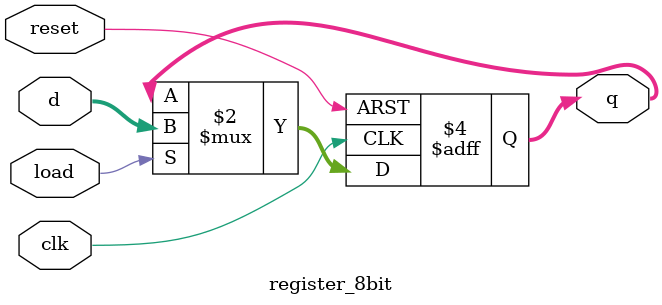
<source format=v>
module register_8bit (
    input wire clk,
    input wire reset,
    input wire load,
    input wire [7:0] d,
    output reg [7:0] q
);
    always @(posedge clk or posedge reset) begin
        if (reset)
            q <= 8'd0;
        else if (load)
            q <= d;
    end
endmodule

</source>
